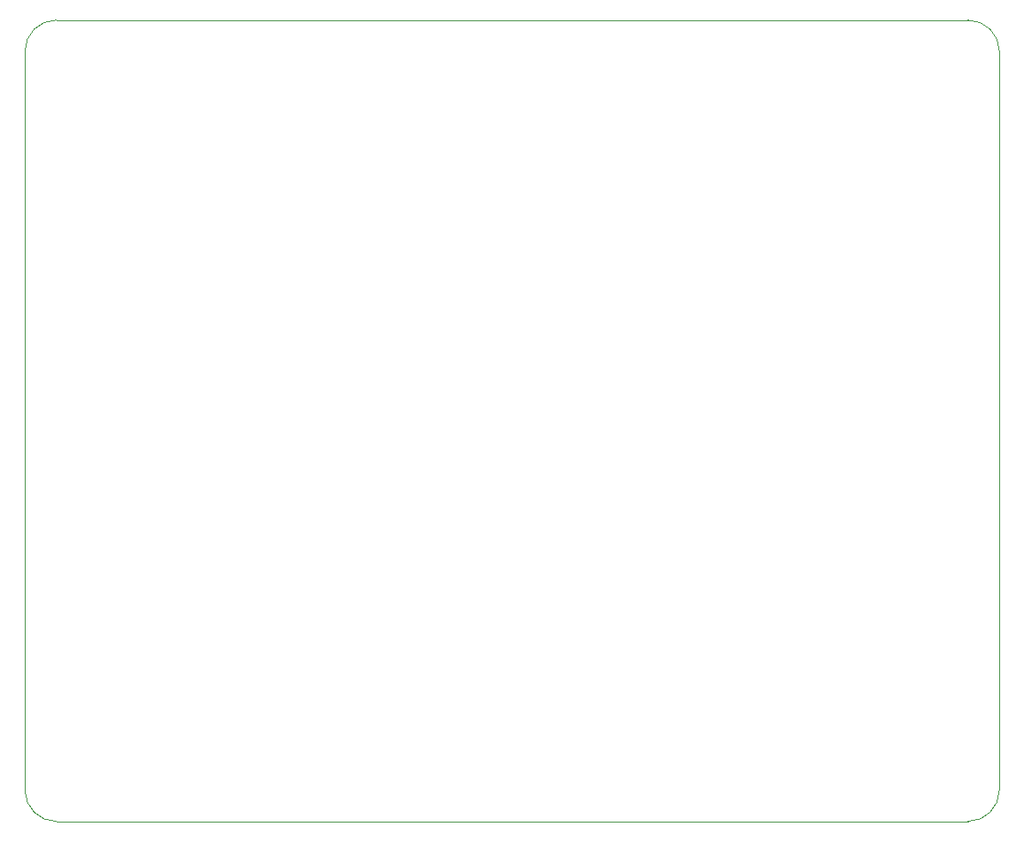
<source format=gbr>
%TF.GenerationSoftware,KiCad,Pcbnew,9.0.7*%
%TF.CreationDate,2026-01-28T06:25:16-03:00*%
%TF.ProjectId,jammerBT_v4,6a616d6d-6572-4425-945f-76342e6b6963,rev?*%
%TF.SameCoordinates,Original*%
%TF.FileFunction,Profile,NP*%
%FSLAX46Y46*%
G04 Gerber Fmt 4.6, Leading zero omitted, Abs format (unit mm)*
G04 Created by KiCad (PCBNEW 9.0.7) date 2026-01-28 06:25:16*
%MOMM*%
%LPD*%
G01*
G04 APERTURE LIST*
%TA.AperFunction,Profile*%
%ADD10C,0.100000*%
%TD*%
G04 APERTURE END LIST*
D10*
X126770000Y-54830000D02*
G75*
G02*
X129770000Y-51830000I3000000J0D01*
G01*
X129770000Y-128540000D02*
G75*
G02*
X126770000Y-125540000I0J3000000D01*
G01*
X216990000Y-51830000D02*
G75*
G02*
X219990000Y-54830000I0J-3000000D01*
G01*
X219990000Y-125540000D02*
G75*
G02*
X216990000Y-128540000I-3000000J0D01*
G01*
X126770000Y-125540000D02*
X126770000Y-54830000D01*
X129770000Y-51830000D02*
X216990000Y-51830000D01*
X216990000Y-128540000D02*
X129770000Y-128540000D01*
X219990000Y-54830000D02*
X219990000Y-125540000D01*
M02*

</source>
